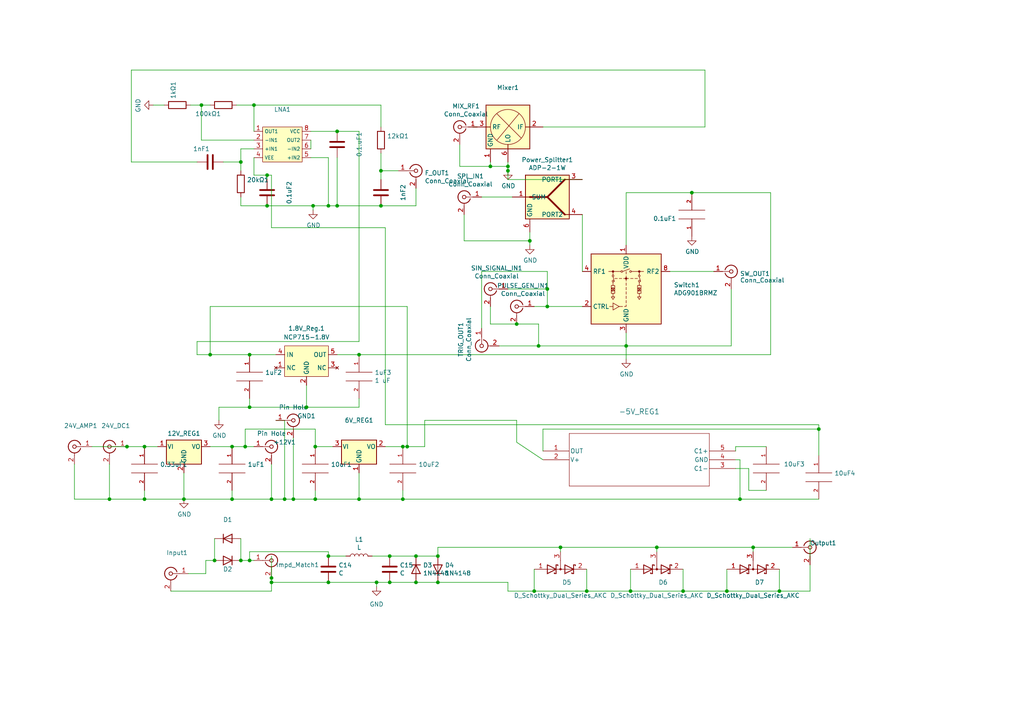
<source format=kicad_sch>
(kicad_sch (version 20230121) (generator eeschema)
  (paper "A4")
  (lib_symbols
    (symbol "2023-06-16_17-27-32:LM828M5" (pin_names (offset 0.254))
      (property "Reference" "U" (at 27.94 10.16 0))
      (property "Value" "LM828M5" (at 27.94 7.62 0))
      (symbol "LM828M5_0_1"
        (polyline (pts (xy 7.62 -10.16) (xy 48.26 -10.16)) (stroke (width 0.127)))
        (polyline (pts (xy 7.62 5.08) (xy 7.62 -10.16)) (stroke (width 0.127)))
        (polyline (pts (xy 48.26 -10.16) (xy 48.26 5.08)) (stroke (width 0.127)))
        (polyline (pts (xy 48.26 5.08) (xy 7.62 5.08)) (stroke (width 0.127)))
        (pin output line (at 0 0 0) (length 7.62) (name "OUT") (number "1"))
        (pin input line (at 0 -2.54 0) (length 7.62) (name "V+") (number "2"))
        (pin passive line (at 55.88 -5.08 180) (length 7.62) (name "C1-") (number "3"))
        (pin passive line (at 55.88 -2.54 180) (length 7.62) (name "GND") (number "4"))
        (pin passive line (at 55.88 0 180) (length 7.62) (name "C1+") (number "5"))
      )
    )
    (symbol "Connector:Conn_Coaxial" (pin_names (offset 1.016) hide)
      (property "Reference" "J" (at 0.254 3.048 0))
      (property "Value" "Conn_Coaxial" (at 2.921 0 90))
      (symbol "Conn_Coaxial_0_1"
        (arc (start -1.778 -0.508) (mid 0.222 -1.808) (end 1.778 0) (stroke (width 0.254)))
        (polyline (pts (xy -2.54 0) (xy -0.508 0)))
        (polyline (pts (xy 0 -2.54) (xy 0 -1.778)))
        (circle (center 0 0) (radius 0.508) (stroke (width 0.2032)))
        (arc (start 1.778 0) (mid 0.222 1.8083) (end -1.778 0.508) (stroke (width 0.254)))
      )
      (symbol "Conn_Coaxial_1_1"
        (pin passive line (at -5.08 0 0) (length 2.54) (name "In") (number "1"))
        (pin passive line (at 0 -5.08 90) (length 2.54) (name "Ext") (number "2"))
      )
    )
    (symbol "Device:C" (pin_numbers hide) (pin_names (offset 0.254))
      (property "Reference" "C" (at 0.635 2.54 0))
      (property "Value" "C" (at 0.635 -2.54 0))
      (symbol "C_0_1"
        (polyline (pts (xy -2.032 -0.762) (xy 2.032 -0.762)) (stroke (width 0.508)))
        (polyline (pts (xy -2.032 0.762) (xy 2.032 0.762)) (stroke (width 0.508)))
      )
      (symbol "C_1_1"
        (pin passive line (at 0 3.81 270) (length 2.794) (name "~") (number "1"))
        (pin passive line (at 0 -3.81 90) (length 2.794) (name "~") (number "2"))
      )
    )
    (symbol "Device:D_Schottky_Dual_Series_AKC" (pin_names (offset 0.762) hide)
      (property "Reference" "D" (at 1.27 -2.54 0))
      (property "Value" "D_Schottky_Dual_Series_AKC" (at 0 2.54 0))
      (symbol "D_Schottky_Dual_Series_AKC_0_1"
        (polyline (pts (xy -3.81 0) (xy 3.81 0)))
        (polyline (pts (xy 0 0) (xy 0 -2.54)))
        (polyline (pts (xy 6.35 0) (xy 7.62 0)))
        (polyline (pts (xy -1.27 -1.27) (xy -1.27 1.27) (xy -1.27 1.27)) (stroke (width 0.254)))
        (polyline (pts (xy 3.81 1.27) (xy 3.81 -1.27) (xy 3.81 -1.27)) (stroke (width 0.254)))
        (polyline (pts (xy -1.27 -1.27) (xy -0.762 -1.27) (xy -0.762 -1.016) (xy -0.762 -1.016)) (stroke (width 0.254)))
        (polyline (pts (xy 3.81 -1.27) (xy 4.318 -1.27) (xy 4.318 -1.016) (xy 4.318 -1.016)) (stroke (width 0.254)))
        (polyline (pts (xy 3.81 1.27) (xy 3.302 1.27) (xy 3.302 1.016) (xy 3.302 1.016)) (stroke (width 0.254)))
        (polyline (pts (xy -1.778 1.016) (xy -1.778 1.27) (xy -1.27 1.27) (xy -1.27 1.27) (xy -1.27 1.27)) (stroke (width 0.254)))
        (polyline (pts (xy -3.81 1.27) (xy -1.27 0) (xy -3.81 -1.27) (xy -3.81 1.27) (xy -3.81 1.27) (xy -3.81 1.27)) (stroke (width 0.254)))
        (polyline (pts (xy 1.27 1.27) (xy 3.81 0) (xy 1.27 -1.27) (xy 1.27 1.27) (xy 1.27 1.27) (xy 1.27 1.27)) (stroke (width 0.254)))
        (circle (center 0 0) (radius 0.254) (fill (type outline)))
        (pin passive line (at -7.62 0 0) (length 3.81) (name "A") (number "1"))
        (pin passive line (at 7.62 0 180) (length 3.81) (name "K") (number "2"))
        (pin passive line (at 0 -5.08 90) (length 2.54) (name "common") (number "3"))
      )
    )
    (symbol "Device:L" (pin_numbers hide) (pin_names (offset 1.016) hide)
      (property "Reference" "L" (at -1.27 0 90))
      (property "Value" "L" (at 1.905 0 90))
      (symbol "L_0_1"
        (arc (start 0 -2.54) (mid 0.6323 -1.905) (end 0 -1.27))
        (arc (start 0 -1.27) (mid 0.6323 -0.635) (end 0 0))
        (arc (start 0 0) (mid 0.6323 0.635) (end 0 1.27))
        (arc (start 0 1.27) (mid 0.6323 1.905) (end 0 2.54))
      )
      (symbol "L_1_1"
        (pin passive line (at 0 3.81 270) (length 1.27) (name "1") (number "1"))
        (pin passive line (at 0 -3.81 90) (length 1.27) (name "2") (number "2"))
      )
    )
    (symbol "Device:R" (pin_numbers hide) (pin_names (offset 0))
      (property "Reference" "R" (at 2.032 0 90))
      (property "Value" "R" (at 0 0 90))
      (symbol "R_0_1"
        (rectangle (start -1.016 -2.54) (end 1.016 2.54) (stroke (width 0.254)))
      )
      (symbol "R_1_1"
        (pin passive line (at 0 3.81 270) (length 1.27) (name "~") (number "1"))
        (pin passive line (at 0 -3.81 90) (length 1.27) (name "~") (number "2"))
      )
    )
    (symbol "Diode:1N4148" (pin_numbers hide) (pin_names hide)
      (property "Reference" "D" (at 0 2.54 0))
      (property "Value" "1N4148" (at 0 -2.54 0))
      (symbol "1N4148_0_1"
        (polyline (pts (xy -1.27 1.27) (xy -1.27 -1.27)) (stroke (width 0.254)))
        (polyline (pts (xy 1.27 0) (xy -1.27 0)))
        (polyline (pts (xy 1.27 1.27) (xy 1.27 -1.27) (xy -1.27 0) (xy 1.27 1.27)) (stroke (width 0.254)))
      )
      (symbol "1N4148_1_1"
        (pin passive line (at -3.81 0 0) (length 2.54) (name "K") (number "1"))
        (pin passive line (at 3.81 0 180) (length 2.54) (name "A") (number "2"))
      )
    )
    (symbol "GND_1" (power) (pin_names (offset 0))
      (property "Value" "GND_1" (at 0 -3.81 0))
      (symbol "GND_1_0_1"
        (polyline (pts (xy 0 0) (xy 0 -1.27) (xy 1.27 -1.27) (xy 0 -2.54) (xy -1.27 -1.27) (xy 0 -1.27)))
      )
      (symbol "GND_1_1_1"
        (pin power_in line (at 0 0 270) (length 0) hide (name "GND") (number "1"))
      )
    )
    (symbol "LM4565 Operational Amplifier:LM4565"
      (property "Reference" "U" (at 0 -6.35 0))
      (property "Value" "LM4565" (at 0 6.35 0))
      (symbol "LM4565_0_1"
        (rectangle (start -6.35 5.08) (end 5.08 -5.08) (fill (type background)))
      )
      (symbol "LM4565_1_1"
        (pin output line (at -8.89 3.81 0) (length 2.54) (name "OUT1") (number "1"))
        (pin input line (at -8.89 1.27 0) (length 2.54) (name "-IN1") (number "2"))
        (pin input line (at -8.89 -1.27 0) (length 2.54) (name "+IN1") (number "3"))
        (pin power_in line (at -8.89 -3.81 0) (length 2.54) (name "VEE") (number "4"))
        (pin input line (at 7.62 -3.81 180) (length 2.54) (name "+IN2") (number "5"))
        (pin input line (at 7.62 -1.27 180) (length 2.54) (name "-IN2") (number "6"))
        (pin output line (at 7.62 1.27 180) (length 2.54) (name "OUT2") (number "7"))
        (pin power_in line (at 7.62 3.81 180) (length 2.54) (name "VCC") (number "8"))
      )
    )
    (symbol "NCP715:NCP715-1.8V"
      (property "Reference" "U" (at -5.08 -6.35 0))
      (property "Value" "NCP715-1.8V" (at 0 7.62 0))
      (symbol "NCP715-1.8V_0_1"
        (rectangle (start -6.35 5.08) (end 6.35 -3.81) (fill (type background)))
      )
      (symbol "NCP715-1.8V_1_1"
        (pin no_connect line (at -8.89 -1.27 0) (length 2.54) (name "NC") (number "1"))
        (pin power_in line (at 0 -6.35 90) (length 2.54) (name "GND") (number "2"))
        (pin no_connect line (at 8.89 -1.27 180) (length 2.54) (name "NC") (number "3"))
        (pin power_in line (at -8.89 2.54 0) (length 2.54) (name "IN") (number "4"))
        (pin power_out line (at 8.89 2.54 180) (length 2.54) (name "OUT") (number "5"))
      )
    )
    (symbol "RF:ADP-2-1W"
      (property "Reference" "U" (at -6.35 7.62 0))
      (property "Value" "ADP-2-1W" (at 6.35 7.62 0))
      (symbol "ADP-2-1W_0_1"
        (rectangle (start -6.35 6.35) (end 6.35 -6.35) (stroke (width 0.254)) (fill (type background)))
        (polyline (pts (xy 0 0) (xy 5.08 -5.08)) (stroke (width 0.508)))
        (polyline (pts (xy -5.08 0) (xy 0 0) (xy 5.08 5.08)) (stroke (width 0.508)))
      )
      (symbol "ADP-2-1W_1_1"
        (pin passive line (at -10.16 0 0) (length 5.08) (name "SUM") (number "1"))
        (pin no_connect line (at 5.08 2.54 180) (length 5.08) hide (name "NC") (number "2"))
        (pin passive line (at 10.16 5.08 180) (length 5.08) (name "PORT1") (number "3"))
        (pin passive line (at 10.16 -5.08 180) (length 5.08) (name "PORT2") (number "4"))
        (pin no_connect line (at 5.08 -2.54 180) (length 5.08) hide (name "NC") (number "5"))
        (pin passive line (at -5.08 -10.16 90) (length 3.81) (name "GND") (number "6"))
      )
    )
    (symbol "RF_Mixer:ADE-6"
      (property "Reference" "U" (at -6.35 7.62 0))
      (property "Value" "ADE-6" (at 6.35 7.62 0))
      (symbol "ADE-6_0_1"
        (rectangle (start -6.35 6.35) (end 6.35 -6.35) (stroke (width 0.254)) (fill (type background)))
        (polyline (pts (xy -3.175 -3.81) (xy 3.175 3.81)))
        (polyline (pts (xy 3.81 -3.175) (xy -3.175 3.81)))
        (circle (center 0 0) (radius 5.08))
      )
      (symbol "ADE-6_1_1"
        (pin power_in line (at -5.08 -10.16 90) (length 3.81) (name "GND") (number "1"))
        (pin output line (at 10.16 0 180) (length 5.08) (name "IF") (number "2"))
        (pin input line (at -10.16 0 0) (length 5.08) (name "RF") (number "3"))
        (pin passive line (at -5.08 -10.16 90) (length 3.81) hide (name "GND") (number "4"))
        (pin passive line (at -5.08 -10.16 90) (length 3.81) hide (name "GND") (number "5"))
        (pin input line (at 0 -10.16 90) (length 5.08) (name "LO") (number "6"))
      )
    )
    (symbol "RF_Switch:ADG901BRMZ"
      (property "Reference" "U" (at -10.16 11.43 0))
      (property "Value" "ADG901BRMZ" (at 1.27 11.43 0))
      (symbol "ADG901BRMZ_0_0"
        (rectangle (start -10.16 10.16) (end 10.16 -10.16) (stroke (width 0.254)) (fill (type background)))
        (polyline (pts (xy -4.826 -5.08) (xy -3.81 -5.08)))
        (polyline (pts (xy -2.54 3.048) (xy -3.302 3.048)))
        (polyline (pts (xy -2.032 3.048) (xy -1.27 3.048)))
        (polyline (pts (xy -1.016 -5.08) (xy -2.032 -5.08)))
        (polyline (pts (xy 0 -3.302) (xy 0 -4.064)))
        (polyline (pts (xy 0 -2.032) (xy 0 -2.794)))
        (polyline (pts (xy 0 -0.762) (xy 0 -1.524)))
        (polyline (pts (xy 0 0.508) (xy 0 -0.254)))
        (polyline (pts (xy 0 1.778) (xy 0 1.016)))
        (polyline (pts (xy 0 3.048) (xy -0.762 3.048)))
        (polyline (pts (xy 0 3.048) (xy 0 2.286)))
        (polyline (pts (xy 0 3.048) (xy 0 3.81)))
        (polyline (pts (xy 0 3.048) (xy 0.762 3.048)))
        (polyline (pts (xy 0 4.318) (xy 0 5.08)))
        (polyline (pts (xy 1.27 3.048) (xy 2.032 3.048)))
        (polyline (pts (xy 2.54 3.048) (xy 3.302 3.048)))
        (polyline (pts (xy 0 -4.572) (xy 0 -5.08) (xy -0.508 -5.08)))
        (polyline (pts (xy -3.81 -4.064) (xy -3.81 -6.096) (xy -2.032 -5.08) (xy -3.81 -4.064)))
        (circle (center 0 3.048) (radius 0.254) (fill (type outline)))
        (text "50" (at -3.81 -0.127 900) (effects (font (size 0.635 0.635))))
        (text "50" (at 3.81 -0.127 900) (effects (font (size 0.635 0.635))))
      )
      (symbol "ADG901BRMZ_0_1"
        (rectangle (start -4.318 1.016) (end -3.302 -1.27))
        (circle (center -3.81 2.286) (radius 0.254))
        (circle (center -3.81 3.81) (radius 0.254))
        (circle (center -3.81 5.08) (radius 0.254) (fill (type outline)))
        (circle (center -1.27 5.08) (radius 0.254))
        (polyline (pts (xy -5.08 5.08) (xy -1.524 5.08)))
        (polyline (pts (xy -3.81 2.032) (xy -3.81 1.016)))
        (polyline (pts (xy -3.81 3.556) (xy -3.429 2.159)))
        (polyline (pts (xy -3.81 5.08) (xy -3.81 4.064)))
        (polyline (pts (xy -1.016 5.08) (xy 1.016 5.842)))
        (polyline (pts (xy 1.524 5.08) (xy 5.08 5.08)))
        (polyline (pts (xy 3.81 2.032) (xy 3.81 1.016)))
        (polyline (pts (xy 3.81 3.556) (xy 4.191 2.159)))
        (polyline (pts (xy 3.81 5.08) (xy 3.81 4.064)))
        (polyline (pts (xy -3.81 -1.27) (xy -3.81 -2.286) (xy -4.318 -2.286) (xy -3.81 -3.048) (xy -3.302 -2.286) (xy -3.81 -2.286)))
        (polyline (pts (xy 3.81 -1.27) (xy 3.81 -2.286) (xy 3.302 -2.286) (xy 3.81 -3.048) (xy 4.318 -2.286) (xy 3.81 -2.286)))
        (circle (center 1.27 5.08) (radius 0.254))
        (rectangle (start 3.302 1.016) (end 4.318 -1.27))
        (circle (center 3.81 2.286) (radius 0.254))
        (circle (center 3.81 3.81) (radius 0.254))
        (circle (center 3.81 5.08) (radius 0.254) (fill (type outline)))
      )
      (symbol "ADG901BRMZ_1_1"
        (pin power_in line (at 0 12.7 270) (length 2.54) (name "VDD") (number "1"))
        (pin input line (at -12.7 -5.08 0) (length 2.54) (name "CTRL") (number "2"))
        (pin power_in line (at 0 -12.7 90) (length 2.54) (name "GND") (number "3"))
        (pin passive line (at -12.7 5.08 0) (length 2.54) (name "RF1") (number "4"))
        (pin passive line (at 0 -12.7 90) (length 2.54) hide (name "GND") (number "5"))
        (pin passive line (at 0 -12.7 90) (length 2.54) hide (name "GND") (number "6"))
        (pin passive line (at 0 -12.7 90) (length 2.54) hide (name "GND") (number "7"))
        (pin passive line (at 12.7 5.08 180) (length 2.54) (name "RF2") (number "8"))
      )
    )
    (symbol "Regulator_Linear:LM7812_TO220" (pin_names (offset 0.254))
      (property "Reference" "U" (at -3.81 3.175 0))
      (property "Value" "LM7812_TO220" (at 0 3.175 0))
      (symbol "LM7812_TO220_0_1"
        (rectangle (start -5.08 1.905) (end 5.08 -5.08) (stroke (width 0.254)) (fill (type background)))
      )
      (symbol "LM7812_TO220_1_1"
        (pin power_in line (at -7.62 0 0) (length 2.54) (name "VI") (number "1"))
        (pin power_in line (at 0 -7.62 90) (length 2.54) (name "GND") (number "2"))
        (pin power_out line (at 7.62 0 180) (length 2.54) (name "VO") (number "3"))
      )
    )
    (symbol "Regulator_Linear:NCP1117-5.0_TO252" (pin_names (offset 0.254))
      (property "Reference" "U" (at -3.81 3.175 0))
      (property "Value" "NCP1117-5.0_TO252" (at 0 3.175 0))
      (symbol "NCP1117-5.0_TO252_0_1"
        (rectangle (start -5.08 1.905) (end 5.08 -5.08) (stroke (width 0.254)) (fill (type background)))
      )
      (symbol "NCP1117-5.0_TO252_1_1"
        (pin power_in line (at 0 -7.62 90) (length 2.54) (name "GND") (number "1"))
        (pin power_out line (at 7.62 0 180) (length 2.54) (name "VO") (number "2"))
        (pin power_in line (at -7.62 0 0) (length 2.54) (name "VI") (number "3"))
      )
    )
    (symbol "power:GND" (power) (pin_names (offset 0))
      (property "Value" "GND" (at 0 -3.81 0))
      (symbol "GND_0_1"
        (polyline (pts (xy 0 0) (xy 0 -1.27) (xy 1.27 -1.27) (xy 0 -2.54) (xy -1.27 -1.27) (xy 0 -1.27)))
      )
      (symbol "GND_1_1"
        (pin power_in line (at 0 0 270) (length 0) hide (name "GND") (number "1"))
      )
    )
    (symbol "pspice:C" (pin_names (offset 0.254))
      (property "Reference" "C" (at 2.54 3.81 90))
      (property "Value" "C" (at 2.54 -3.81 90))
      (symbol "C_0_1"
        (polyline (pts (xy -3.81 -1.27) (xy 3.81 -1.27)))
        (polyline (pts (xy -3.81 1.27) (xy 3.81 1.27)))
      )
      (symbol "C_1_1"
        (pin passive line (at 0 6.35 270) (length 5.08) (name "~") (number "1"))
        (pin passive line (at 0 -6.35 90) (length 5.08) (name "~") (number "2"))
      )
    )
  )
  (junction (at 190.5 158.75))
  (junction (at 147.32 49.53))
  (junction (at 182.88 171.45))
  (junction (at 170.18 171.45))
  (junction (at 72.39 102.87))
  (junction (at 88.9 118.11))
  (junction (at 71.12 129.54))
  (junction (at 73.66 30.48))
  (junction (at 91.44 144.78))
  (junction (at 127 161.29))
  (junction (at 78.74 168.91))
  (junction (at 116.84 129.54))
  (junction (at 113.03 161.29))
  (junction (at 77.47 59.69))
  (junction (at 154.94 171.45))
  (junction (at 113.03 168.91))
  (junction (at 95.25 168.91))
  (junction (at 41.91 144.78))
  (junction (at 110.49 49.53))
  (junction (at 116.84 144.78))
  (junction (at 95.25 161.29))
  (junction (at 237.49 124.46))
  (junction (at 158.75 83.82))
  (junction (at 156.21 100.33))
  (junction (at 120.65 161.29))
  (junction (at 109.22 168.91))
  (junction (at 214.63 144.78))
  (junction (at 158.75 88.9))
  (junction (at 58.42 30.48))
  (junction (at 97.79 59.69))
  (junction (at 127 168.91))
  (junction (at 147.32 48.26))
  (junction (at 60.96 102.87))
  (junction (at 91.44 129.54))
  (junction (at 110.49 59.69))
  (junction (at 90.805 59.69))
  (junction (at 118.11 129.54))
  (junction (at 82.55 144.78))
  (junction (at 226.06 171.45))
  (junction (at 77.47 50.8))
  (junction (at 200.66 55.88))
  (junction (at 67.31 129.54))
  (junction (at 210.82 171.45))
  (junction (at 53.34 144.78))
  (junction (at 104.14 144.78))
  (junction (at 78.74 167.64))
  (junction (at 69.85 46.99))
  (junction (at 162.56 158.75))
  (junction (at 120.65 168.91))
  (junction (at 153.67 69.85))
  (junction (at 95.25 59.69))
  (junction (at 62.23 162.56))
  (junction (at 36.83 129.54))
  (junction (at 142.24 48.26))
  (junction (at 218.44 158.75))
  (junction (at 67.31 144.78))
  (junction (at 97.79 38.1))
  (junction (at 31.75 144.78))
  (junction (at 69.85 162.56))
  (junction (at 198.12 171.45))
  (junction (at 149.86 93.98))
  (junction (at 181.61 100.33))
  (junction (at 85.09 144.78))
  (junction (at 78.74 144.78))
  (junction (at 104.14 102.87))
  (junction (at 72.39 118.11))
  (junction (at 72.39 162.56))
  (junction (at 41.91 129.54))
  (wire (pts (xy 153.67 69.85) (xy 153.67 71.12)))
  (wire (pts (xy 139.7 95.25) (xy 139.7 78.74)))
  (wire (pts (xy 80.01 121.92) (xy 82.55 121.92)))
  (wire (pts (xy 82.55 144.78) (xy 85.09 144.78)))
  (wire (pts (xy 88.9 118.11) (xy 104.14 118.11)))
  (wire (pts (xy 110.49 49.53) (xy 110.49 52.07)))
  (wire (pts (xy 170.18 165.1) (xy 170.18 171.45)))
  (wire (pts (xy 67.31 129.54) (xy 71.12 129.54)))
  (wire (pts (xy 78.74 66.04) (xy 78.74 50.8)))
  (wire (pts (xy 59.69 162.56) (xy 62.23 162.56)))
  (wire (pts (xy 213.36 135.89) (xy 217.17 135.89)))
  (wire (pts (xy 58.42 30.48) (xy 55.245 30.48)))
  (wire (pts (xy 212.09 83.82) (xy 212.09 100.33)))
  (wire (pts (xy 60.96 102.87) (xy 72.39 102.87)))
  (wire (pts (xy 168.91 88.9) (xy 158.75 88.9)))
  (wire (pts (xy 97.79 38.1) (xy 104.14 38.1)))
  (wire (pts (xy 69.85 156.21) (xy 69.85 162.56)))
  (wire (pts (xy 147.32 168.91) (xy 147.32 171.45)))
  (wire (pts (xy 162.56 158.75) (xy 162.56 160.02)))
  (wire (pts (xy 69.85 162.56) (xy 72.39 162.56)))
  (wire (pts (xy 118.11 129.54) (xy 118.11 88.9)))
  (wire (pts (xy 234.95 163.83) (xy 234.95 171.45)))
  (wire (pts (xy 210.82 171.45) (xy 198.12 171.45)))
  (wire (pts (xy 72.39 102.87) (xy 80.01 102.87)))
  (wire (pts (xy 182.88 171.45) (xy 198.12 171.45)))
  (wire (pts (xy 53.34 144.78) (xy 41.91 144.78)))
  (wire (pts (xy 181.61 96.52) (xy 181.61 100.33)))
  (wire (pts (xy 60.96 30.48) (xy 58.42 30.48)))
  (wire (pts (xy 58.42 40.64) (xy 58.42 30.48)))
  (wire (pts (xy 77.47 50.8) (xy 73.66 50.8)))
  (wire (pts (xy 213.36 129.54) (xy 213.36 130.81)))
  (wire (pts (xy 72.39 115.57) (xy 72.39 118.11)))
  (wire (pts (xy 85.09 144.78) (xy 91.44 144.78)))
  (wire (pts (xy 38.1 46.99) (xy 57.15 46.99)))
  (wire (pts (xy 104.14 99.06) (xy 57.15 99.06)))
  (wire (pts (xy 158.75 78.74) (xy 158.75 83.82)))
  (wire (pts (xy 90.17 45.72) (xy 95.25 45.72)))
  (wire (pts (xy 142.24 88.9) (xy 142.24 93.98)))
  (wire (pts (xy 223.52 55.88) (xy 223.52 102.87)))
  (wire (pts (xy 218.44 158.75) (xy 218.44 160.02)))
  (wire (pts (xy 63.5 118.11) (xy 63.5 121.92)))
  (wire (pts (xy 90.805 59.69) (xy 95.25 59.69)))
  (wire (pts (xy 78.74 167.64) (xy 78.74 168.91)))
  (wire (pts (xy 133.35 48.26) (xy 142.24 48.26)))
  (wire (pts (xy 91.44 129.54) (xy 96.52 129.54)))
  (wire (pts (xy 147.32 48.26) (xy 147.32 46.99)))
  (wire (pts (xy 78.74 144.78) (xy 82.55 144.78)))
  (wire (pts (xy 73.66 38.1) (xy 73.66 30.48)))
  (wire (pts (xy 156.21 100.33) (xy 181.61 100.33)))
  (wire (pts (xy 139.7 78.74) (xy 158.75 78.74)))
  (wire (pts (xy 157.48 130.81) (xy 157.48 124.46)))
  (wire (pts (xy 97.79 59.69) (xy 110.49 59.69)))
  (wire (pts (xy 162.56 158.75) (xy 127 158.75)))
  (wire (pts (xy 158.75 83.82) (xy 147.32 83.82)))
  (wire (pts (xy 73.66 40.64) (xy 58.42 40.64)))
  (wire (pts (xy 36.83 129.54) (xy 41.91 129.54)))
  (wire (pts (xy 64.77 46.99) (xy 69.85 46.99)))
  (wire (pts (xy 60.96 88.9) (xy 60.96 102.87)))
  (wire (pts (xy 72.39 160.02) (xy 95.25 160.02)))
  (wire (pts (xy 53.34 137.16) (xy 53.34 144.78)))
  (wire (pts (xy 157.48 124.46) (xy 237.49 124.46)))
  (wire (pts (xy 147.32 52.07) (xy 147.32 49.53)))
  (wire (pts (xy 237.49 124.46) (xy 237.49 132.08)))
  (wire (pts (xy 78.74 144.78) (xy 67.31 144.78)))
  (wire (pts (xy 120.65 59.69) (xy 110.49 59.69)))
  (wire (pts (xy 77.47 59.69) (xy 90.805 59.69)))
  (wire (pts (xy 73.66 43.18) (xy 69.85 43.18)))
  (wire (pts (xy 127 158.75) (xy 127 161.29)))
  (wire (pts (xy 226.06 165.1) (xy 226.06 171.45)))
  (wire (pts (xy 49.53 171.45) (xy 78.74 171.45)))
  (wire (pts (xy 156.21 93.98) (xy 156.21 100.33)))
  (wire (pts (xy 111.76 123.19) (xy 237.49 123.19)))
  (wire (pts (xy 190.5 158.75) (xy 190.5 160.02)))
  (wire (pts (xy 104.14 38.1) (xy 104.14 99.06)))
  (wire (pts (xy 82.55 121.92) (xy 82.55 144.78)))
  (wire (pts (xy 78.74 168.91) (xy 78.74 171.45)))
  (wire (pts (xy 149.86 121.92) (xy 123.19 121.92)))
  (wire (pts (xy 95.25 160.02) (xy 95.25 161.29)))
  (wire (pts (xy 223.52 102.87) (xy 104.14 102.87)))
  (wire (pts (xy 234.95 162.56) (xy 234.95 156.21)))
  (wire (pts (xy 47.625 30.48) (xy 44.45 30.48)))
  (wire (pts (xy 157.48 133.35) (xy 149.86 128.27)))
  (wire (pts (xy 111.76 66.04) (xy 78.74 66.04)))
  (wire (pts (xy 118.11 88.9) (xy 60.96 88.9)))
  (wire (pts (xy 72.39 162.56) (xy 73.66 162.56)))
  (wire (pts (xy 142.24 46.99) (xy 142.24 48.26)))
  (wire (pts (xy 59.69 166.37) (xy 59.69 162.56)))
  (wire (pts (xy 91.44 144.78) (xy 104.14 144.78)))
  (wire (pts (xy 78.74 50.8) (xy 77.47 50.8)))
  (wire (pts (xy 182.88 171.45) (xy 170.18 171.45)))
  (wire (pts (xy 118.11 129.54) (xy 123.19 129.54)))
  (wire (pts (xy 204.47 20.32) (xy 38.1 20.32)))
  (wire (pts (xy 210.82 165.1) (xy 210.82 171.45)))
  (wire (pts (xy 104.14 144.78) (xy 116.84 144.78)))
  (wire (pts (xy 157.48 36.83) (xy 204.47 36.83)))
  (wire (pts (xy 154.94 165.1) (xy 154.94 171.45)))
  (wire (pts (xy 71.12 129.54) (xy 73.66 129.54)))
  (wire (pts (xy 57.15 99.06) (xy 57.15 102.87)))
  (wire (pts (xy 91.44 144.78) (xy 91.44 142.24)))
  (wire (pts (xy 147.32 48.26) (xy 147.32 49.53)))
  (wire (pts (xy 237.49 123.19) (xy 237.49 124.46)))
  (wire (pts (xy 168.91 62.23) (xy 168.91 78.74)))
  (wire (pts (xy 91.44 124.46) (xy 91.44 129.54)))
  (wire (pts (xy 72.39 118.11) (xy 88.9 118.11)))
  (wire (pts (xy 71.12 129.54) (xy 71.12 124.46)))
  (wire (pts (xy 60.96 129.54) (xy 67.31 129.54)))
  (wire (pts (xy 113.03 161.29) (xy 120.65 161.29)))
  (wire (pts (xy 116.84 142.24) (xy 116.84 144.78)))
  (wire (pts (xy 85.09 127) (xy 85.09 144.78)))
  (wire (pts (xy 113.03 168.91) (xy 120.65 168.91)))
  (wire (pts (xy 139.7 57.15) (xy 148.59 57.15)))
  (wire (pts (xy 21.59 144.78) (xy 31.75 144.78)))
  (wire (pts (xy 181.61 71.12) (xy 181.61 55.88)))
  (wire (pts (xy 134.62 69.85) (xy 153.67 69.85)))
  (wire (pts (xy 109.22 168.91) (xy 113.03 168.91)))
  (wire (pts (xy 38.1 46.99) (xy 38.1 20.32)))
  (wire (pts (xy 149.86 93.98) (xy 156.21 93.98)))
  (wire (pts (xy 210.82 171.45) (xy 226.06 171.45)))
  (wire (pts (xy 123.19 121.92) (xy 123.19 129.54)))
  (wire (pts (xy 198.12 165.1) (xy 198.12 171.45)))
  (wire (pts (xy 200.66 55.88) (xy 223.52 55.88)))
  (wire (pts (xy 214.63 144.78) (xy 237.49 144.78)))
  (wire (pts (xy 182.88 165.1) (xy 182.88 171.45)))
  (wire (pts (xy 142.24 48.26) (xy 147.32 48.26)))
  (wire (pts (xy 214.63 133.35) (xy 214.63 144.78)))
  (wire (pts (xy 154.94 88.9) (xy 158.75 88.9)))
  (wire (pts (xy 111.76 129.54) (xy 116.84 129.54)))
  (wire (pts (xy 69.85 43.18) (xy 69.85 46.99)))
  (wire (pts (xy 21.59 134.62) (xy 21.59 144.78)))
  (wire (pts (xy 78.74 134.62) (xy 78.74 144.78)))
  (wire (pts (xy 229.87 158.75) (xy 218.44 158.75)))
  (wire (pts (xy 67.31 142.24) (xy 67.31 144.78)))
  (wire (pts (xy 68.58 30.48) (xy 73.66 30.48)))
  (wire (pts (xy 234.95 171.45) (xy 226.06 171.45)))
  (wire (pts (xy 222.25 142.24) (xy 217.17 142.24)))
  (wire (pts (xy 116.84 144.78) (xy 214.63 144.78)))
  (wire (pts (xy 97.79 45.72) (xy 97.79 59.69)))
  (wire (pts (xy 120.65 161.29) (xy 127 161.29)))
  (wire (pts (xy 95.25 59.69) (xy 97.79 59.69)))
  (wire (pts (xy 69.85 46.99) (xy 69.85 49.53)))
  (wire (pts (xy 181.61 100.33) (xy 181.61 104.14)))
  (wire (pts (xy 153.67 67.31) (xy 153.67 69.85)))
  (wire (pts (xy 127 168.91) (xy 147.32 168.91)))
  (wire (pts (xy 97.79 102.87) (xy 104.14 102.87)))
  (wire (pts (xy 67.31 144.78) (xy 53.34 144.78)))
  (wire (pts (xy 142.24 93.98) (xy 149.86 93.98)))
  (wire (pts (xy 190.5 158.75) (xy 162.56 158.75)))
  (wire (pts (xy 218.44 158.75) (xy 190.5 158.75)))
  (wire (pts (xy 158.75 88.9) (xy 158.75 83.82)))
  (wire (pts (xy 26.67 129.54) (xy 36.83 129.54)))
  (wire (pts (xy 57.15 102.87) (xy 60.96 102.87)))
  (wire (pts (xy 110.49 49.53) (xy 115.57 49.53)))
  (wire (pts (xy 138.43 36.83) (xy 137.16 36.83)))
  (wire (pts (xy 71.12 124.46) (xy 91.44 124.46)))
  (wire (pts (xy 120.65 54.61) (xy 120.65 59.69)))
  (wire (pts (xy 73.66 50.8) (xy 73.66 45.72)))
  (wire (pts (xy 144.78 100.33) (xy 156.21 100.33)))
  (wire (pts (xy 95.25 45.72) (xy 95.25 59.69)))
  (wire (pts (xy 154.94 171.45) (xy 147.32 171.45)))
  (wire (pts (xy 95.25 168.91) (xy 109.22 168.91)))
  (wire (pts (xy 194.31 78.74) (xy 207.01 78.74)))
  (wire (pts (xy 107.95 161.29) (xy 113.03 161.29)))
  (wire (pts (xy 120.65 168.91) (xy 127 168.91)))
  (wire (pts (xy 100.33 161.29) (xy 95.25 161.29)))
  (wire (pts (xy 90.17 38.1) (xy 97.79 38.1)))
  (wire (pts (xy 90.17 40.64) (xy 90.17 43.18)))
  (wire (pts (xy 204.47 36.83) (xy 204.47 20.32)))
  (wire (pts (xy 170.18 171.45) (xy 154.94 171.45)))
  (wire (pts (xy 63.5 118.11) (xy 72.39 118.11)))
  (wire (pts (xy 54.61 166.37) (xy 59.69 166.37)))
  (wire (pts (xy 217.17 135.89) (xy 217.17 142.24)))
  (wire (pts (xy 78.74 161.29) (xy 78.74 167.64)))
  (wire (pts (xy 69.85 57.15) (xy 69.85 59.69)))
  (wire (pts (xy 134.62 62.23) (xy 134.62 69.85)))
  (wire (pts (xy 222.25 129.54) (xy 213.36 129.54)))
  (wire (pts (xy 110.49 36.83) (xy 110.49 30.48)))
  (wire (pts (xy 72.39 162.56) (xy 72.39 160.02)))
  (wire (pts (xy 110.49 44.45) (xy 110.49 49.53)))
  (wire (pts (xy 213.36 133.35) (xy 214.63 133.35)))
  (wire (pts (xy 77.47 50.8) (xy 77.47 52.07)))
  (wire (pts (xy 104.14 118.11) (xy 104.14 115.57)))
  (wire (pts (xy 69.85 59.69) (xy 77.47 59.69)))
  (wire (pts (xy 149.86 128.27) (xy 149.86 121.92)))
  (wire (pts (xy 41.91 129.54) (xy 45.72 129.54)))
  (wire (pts (xy 111.76 123.19) (xy 111.76 66.04)))
  (wire (pts (xy 62.23 156.21) (xy 62.23 162.56)))
  (wire (pts (xy 31.75 134.62) (xy 31.75 144.78)))
  (wire (pts (xy 41.91 142.24) (xy 41.91 144.78)))
  (wire (pts (xy 116.84 129.54) (xy 118.11 129.54)))
  (wire (pts (xy 95.25 168.91) (xy 78.74 168.91)))
  (wire (pts (xy 181.61 55.88) (xy 200.66 55.88)))
  (wire (pts (xy 109.22 168.91) (xy 109.22 170.18)))
  (wire (pts (xy 88.9 111.76) (xy 88.9 118.11)))
  (wire (pts (xy 147.32 52.07) (xy 168.91 52.07)))
  (wire (pts (xy 104.14 137.16) (xy 104.14 144.78)))
  (wire (pts (xy 90.805 60.96) (xy 90.805 59.69)))
  (wire (pts (xy 133.35 41.91) (xy 133.35 48.26)))
  (wire (pts (xy 110.49 30.48) (xy 73.66 30.48)))
  (wire (pts (xy 31.75 144.78) (xy 41.91 144.78)))
  (wire (pts (xy 212.09 100.33) (xy 181.61 100.33)))
  (symbol (lib_id "pspice:C") (at 222.25 135.89 0) (unit 1)
    (property "Reference" "10uF3" (at 227.33 134.62 0) (effects (justify left)))
    (property "Value" "10 uF" (effects hide))
    (property "Footprint" "Capacitor_SMD:C_1206_3216Metric" (effects hide))
  )
  (symbol (lib_id "Diode:1N4148") (at 120.65 165.1 270) (unit 1)
    (property "Reference" "D3" (at 122.682 163.9316 90) (effects (justify left)))
    (property "Value" "1N4148" (at 122.682 166.243 90) (effects (justify left)))
    (property "Footprint" "Diode_THT:D_DO-35_SOD27_P7.62mm_Horizontal" (effects hide))
    (property "Datasheet" "https://assets.nexperia.com/documents/data-sheet/1N4148_1N4448.pdf" (effects hide))
  )
  (symbol (lib_id "Device:R") (at 64.77 30.48 90) (unit 1)
    (property "Reference" "100kΩ1" (at 64.135 33.02 90) (effects (justify left)))
    (property "Value" "R" (effects hide))
    (property "Footprint" "Resistor_SMD:R_1206_3216Metric" (effects hide))
  )
  (symbol (lib_id "Device:D_Schottky_Dual_Series_AKC") (at 190.5 165.1 0) (mirror x) (unit 1)
    (property "Reference" "D6" (at 192.3415 168.91 0))
    (property "Value" "D_Schottky_Dual_Series_AKC" (at 190.5 172.72 0))
    (property "Footprint" "Package_TO_SOT_SMD:TSOT-23_HandSoldering" (effects hide))
  )
  (symbol (lib_id "Connector:Conn_Coaxial") (at 234.95 158.75 0) (unit 1)
    (property "Reference" "Output1" (at 238.76 157.48 0))
    (property "Value" "Conn_Coaxial" (effects hide))
    (property "Footprint" "Connector_Coaxial:SMA_Amphenol_132291_Vertical" (effects hide))
    (property "Datasheet" " ~" (effects hide))
  )
  (symbol (lib_id "power:GND") (at 63.5 121.92 0) (unit 1)
    (property "Reference" "#PWR0106" (effects hide))
    (property "Value" "GND" (at 63.627 126.3142 0))
  )
  (symbol (lib_id "Device:D_Schottky_Dual_Series_AKC") (at 218.44 165.1 0) (mirror x) (unit 1)
    (property "Reference" "D7" (at 220.2815 168.91 0))
    (property "Value" "D_Schottky_Dual_Series_AKC" (at 218.44 172.72 0))
    (property "Footprint" "Package_TO_SOT_SMD:TSOT-23_HandSoldering" (effects hide))
  )
  (symbol (lib_id "pspice:C") (at 41.91 135.89 0) (unit 1)
    (property "Reference" "0.33uF1" (at 46.4312 134.7216 0) (effects (justify left)))
    (property "Value" "0.33 uF" (effects hide))
    (property "Footprint" "Capacitor_SMD:C_1206_3216Metric" (effects hide))
  )
  (symbol (lib_id "Regulator_Linear:LM7812_TO220") (at 53.34 129.54 0) (unit 1)
    (property "Reference" "12V_REG1" (at 53.34 125.73 0))
    (property "Value" "LM7812_TO220" (effects hide))
    (property "Footprint" "Package_TO_SOT_SMD:TO-263-3_TabPin2" (effects hide))
    (property "Datasheet" "https://www.onsemi.cn/PowerSolutions/document/MC7800-D.PDF" (effects hide))
  )
  (symbol (lib_id "Connector:Conn_Coaxial") (at 134.62 57.15 0) (mirror y) (unit 1)
    (property "Reference" "SPL_IN1" (at 136.4488 51.1048 0))
    (property "Value" "Conn_Coaxial" (at 136.4488 53.4162 0))
    (property "Footprint" "Connector_Coaxial:SMA_Samtec_SMA-J-P-X-ST-EM1_EdgeMount" (effects hide))
    (property "Datasheet" " ~" (effects hide))
  )
  (symbol (lib_id "Device:C") (at 110.49 55.88 180) (unit 1)
    (property "Reference" "1nF2" (at 116.8908 55.88 90))
    (property "Value" "C" (effects hide))
    (property "Footprint" "Capacitor_SMD:C_1206_3216Metric" (effects hide))
  )
  (symbol (lib_id "power:GND") (at 200.66 68.58 0) (unit 1)
    (property "Reference" "#PWR0102" (effects hide))
    (property "Value" "GND" (at 200.787 72.9742 0))
  )
  (symbol (lib_id "power:GND") (at 44.45 30.48 270) (unit 1)
    (property "Reference" "#PWR0101" (effects hide))
    (property "Value" "GND" (at 40.0558 30.607 0))
  )
  (symbol (lib_id "RF_Mixer:ADE-6") (at 147.32 36.83 0) (unit 1)
    (property "Reference" "Mixer1" (at 147.32 25.4 0))
    (property "Value" "ADE-6" (effects hide))
    (property "Footprint" "RF_Mini-Circuits:Mini-Circuits_CD542_LandPatternPL-052" (effects hide))
    (property "Datasheet" "https://www.minicircuits.com/pdfs/ADE-6.pdf" (effects hide))
  )
  (symbol (lib_id "Device:R") (at 51.435 30.48 90) (unit 1)
    (property "Reference" "1kΩ1" (at 50.2666 28.702 0) (effects (justify left)))
    (property "Value" "R" (effects hide))
    (property "Footprint" "Resistor_SMD:R_1206_3216Metric" (effects hide))
  )
  (symbol (lib_id "LM4565 Operational Amplifier:LM4565") (at 82.55 41.91 0) (unit 1)
    (property "Reference" "LNA1" (at 81.915 31.75 0))
    (property "Value" "LM4565" (effects hide))
    (property "Footprint" "Package_SO:TSSOP-8_4.4x3mm_P0.65mm" (effects hide))
  )
  (symbol (lib_id "Connector:Conn_Coaxial") (at 212.09 78.74 0) (unit 1)
    (property "Reference" "SW_OUT1" (at 214.63 79.375 0) (effects (justify left)))
    (property "Value" "Conn_Coaxial" (at 214.63 81.28 0) (effects (justify left)))
    (property "Footprint" "Connector_Coaxial:SMA_Amphenol_132291_Vertical" (effects hide))
    (property "Datasheet" " ~" (effects hide))
  )
  (symbol (lib_id "Device:C") (at 113.03 165.1 0) (unit 1)
    (property "Reference" "C15" (at 115.951 163.9316 0) (effects (justify left)))
    (property "Value" "C" (at 115.951 166.243 0) (effects (justify left)))
    (property "Footprint" "Capacitor_SMD:C_1210_3225Metric_Pad1.33x2.70mm_HandSolder" (effects hide))
  )
  (symbol (lib_id "RF_Switch:ADG901BRMZ") (at 181.61 83.82 0) (unit 1)
    (property "Reference" "Switch1" (at 195.4276 82.6516 0) (effects (justify left)))
    (property "Value" "ADG901BRMZ" (at 195.4276 84.963 0) (effects (justify left)))
    (property "Footprint" "Package_SO:MSOP-8_3x3mm_P0.65mm" (effects hide))
    (property "Datasheet" "https://www.analog.com/media/en/technical-documentation/data-sheets/ADG901_902.pdf" (effects hide))
  )
  (symbol (lib_id "power:GND") (at 53.34 144.78 0) (unit 1)
    (property "Reference" "#PWR01" (effects hide))
    (property "Value" "GND" (at 53.467 149.1742 0))
  )
  (symbol (lib_id "power:GND") (at 181.61 104.14 0) (unit 1)
    (property "Reference" "#PWR0105" (effects hide))
    (property "Value" "GND" (at 181.737 108.5342 0))
  )
  (symbol (lib_id "Connector:Conn_Coaxial") (at 142.24 83.82 0) (mirror y) (unit 1)
    (property "Reference" "SIN_SIGNAL_IN1" (at 144.0688 77.7748 0))
    (property "Value" "Conn_Coaxial" (at 144.0688 80.0862 0))
    (property "Footprint" "Connector_Coaxial:SMA_Samtec_SMA-J-P-X-ST-EM1_EdgeMount" (effects hide))
    (property "Datasheet" " ~" (effects hide))
  )
  (symbol (lib_id "Diode:1N4148") (at 66.04 156.21 0) (unit 1)
    (property "Reference" "D1" (at 66.04 150.7236 0))
    (property "Value" "1N4148" (effects hide))
    (property "Footprint" "Diode_THT:D_DO-35_SOD27_P7.62mm_Horizontal" (effects hide))
    (property "Datasheet" "https://assets.nexperia.com/documents/data-sheet/1N4148_1N4448.pdf" (effects hide))
  )
  (symbol (lib_id "Connector:Conn_Coaxial") (at 133.35 36.83 0) (mirror y) (unit 1)
    (property "Reference" "MIX_RF1" (at 135.1788 30.7848 0))
    (property "Value" "Conn_Coaxial" (at 135.1788 33.0962 0))
    (property "Footprint" "Connector_Coaxial:SMA_Amphenol_132291_Vertical" (effects hide))
    (property "Datasheet" " ~" (effects hide))
  )
  (symbol (lib_id "RF:ADP-2-1W") (at 158.75 57.15 0) (unit 1)
    (property "Reference" "Power_Splitter1" (at 158.75 46.355 0))
    (property "Value" "ADP-2-1W" (at 158.75 48.6664 0))
    (property "Footprint" "RF_Mini-Circuits:Mini-Circuits_CD636_LandPatternPL-035" (effects hide))
    (property "Datasheet" "https://www.minicircuits.com/pdfs/ADP-2-1W.pdf" (effects hide))
  )
  (symbol (lib_id "Device:C") (at 60.96 46.99 270) (unit 1)
    (property "Reference" "1nF1" (at 58.42 43.18 90))
    (property "Value" "C" (effects hide))
    (property "Footprint" "Capacitor_SMD:C_1206_3216Metric" (effects hide))
  )
  (symbol (lib_id "Device:C") (at 77.47 55.88 180) (unit 1)
    (property "Reference" "0.1uF2" (at 83.8708 55.88 90))
    (property "Value" "0.1uF" (effects hide))
    (property "Footprint" "Capacitor_SMD:C_1206_3216Metric" (effects hide))
  )
  (symbol (lib_id "Device:C") (at 97.79 41.91 180) (unit 1)
    (property "Reference" "0.1.uF1" (at 104.1908 41.91 90))
    (property "Value" "0.1uF" (effects hide))
    (property "Footprint" "Capacitor_SMD:C_1206_3216Metric" (effects hide))
  )
  (symbol (lib_id "Connector:Conn_Coaxial") (at 120.65 49.53 0) (unit 1)
    (property "Reference" "F_OUT1" (at 123.19 50.165 0) (effects (justify left)))
    (property "Value" "Conn_Coaxial" (at 123.19 52.4764 0) (effects (justify left)))
    (property "Footprint" "Connector_Coaxial:SMA_Samtec_SMA-J-P-X-ST-EM1_EdgeMount" (effects hide))
    (property "Datasheet" " ~" (effects hide))
  )
  (symbol (lib_id "Connector:Conn_Coaxial") (at 78.74 129.54 0) (unit 1)
    (property "Reference" "+12V1" (at 82.55 128.27 0))
    (property "Value" "Pin Hole" (at 78.74 125.73 0))
    (property "Footprint" "Connector_Pin:Pin_D1.0mm_L10.0mm_LooseFit" (effects hide))
    (property "Datasheet" " ~" (effects hide))
  )
  (symbol (lib_id "Connector:Conn_Coaxial") (at 149.86 88.9 0) (mirror y) (unit 1)
    (property "Reference" "PULSE_GEN_IN1" (at 151.6888 82.8548 0))
    (property "Value" "Conn_Coaxial" (at 151.6888 85.1662 0))
    (property "Footprint" "Connector_Coaxial:SMA_Samtec_SMA-J-P-X-ST-EM1_EdgeMount" (effects hide))
    (property "Datasheet" " ~" (effects hide))
  )
  (symbol (lib_id "NCP715:NCP715-1.8V") (at 88.9 105.41 0) (unit 1)
    (property "Reference" "1.8V_Reg.1" (at 88.9 95.25 0))
    (property "Value" "NCP715-1.8V" (at 88.9 97.79 0))
    (property "Footprint" "Package_TO_SOT_SMD:SOT-353_SC-70-5" (effects hide))
  )
  (symbol (lib_id "pspice:C") (at 116.84 135.89 0) (unit 1)
    (property "Reference" "10uF2" (at 121.3612 134.7216 0) (effects (justify left)))
    (property "Value" "10 uF" (effects hide))
    (property "Footprint" "Capacitor_SMD:C_0805_2012Metric" (effects hide))
  )
  (symbol (lib_id "Device:C") (at 95.25 165.1 0) (unit 1)
    (property "Reference" "C14" (at 98.171 163.9316 0) (effects (justify left)))
    (property "Value" "C" (at 98.171 166.243 0) (effects (justify left)))
    (property "Footprint" "Capacitor_SMD:C_1210_3225Metric_Pad1.33x2.70mm_HandSolder" (effects hide))
  )
  (symbol (lib_name "GND_1") (lib_id "power:GND") (at 109.22 170.18 0) (unit 1)
    (property "Reference" "#PWR02" (effects hide))
    (property "Value" "GND" (at 109.22 175.26 0))
  )
  (symbol (lib_id "power:GND") (at 153.67 71.12 0) (unit 1)
    (property "Reference" "#PWR0104" (effects hide))
    (property "Value" "GND" (at 153.797 75.5142 0))
  )
  (symbol (lib_id "Connector:Conn_Coaxial") (at 49.53 166.37 0) (mirror y) (unit 1)
    (property "Reference" "Input1" (at 51.3588 160.3248 0))
    (property "Value" "Conn_Coaxial" (effects hide))
    (property "Footprint" "Connector_Coaxial:SMA_Amphenol_132291_Vertical" (effects hide))
    (property "Datasheet" " ~" (effects hide))
  )
  (symbol (lib_id "power:GND") (at 90.805 60.96 0) (unit 1)
    (property "Reference" "#PWR0107" (effects hide))
    (property "Value" "GND" (at 90.932 65.3542 0))
  )
  (symbol (lib_id "pspice:C") (at 91.44 135.89 0) (unit 1)
    (property "Reference" "10uF1" (at 95.9612 134.7216 0) (effects (justify left)))
    (property "Value" "10 uF" (effects hide))
    (property "Footprint" "Capacitor_SMD:C_0805_2012Metric" (effects hide))
  )
  (symbol (lib_id "Connector:Conn_Coaxial") (at 78.74 162.56 0) (unit 1)
    (property "Reference" "Impd_Match1" (at 80.01 163.83 0) (effects (justify left)))
    (property "Value" "Conn_Coaxial" (effects hide))
    (property "Footprint" "Connector_Coaxial:SMA_Amphenol_132134_Vertical" (effects hide))
    (property "Datasheet" " ~" (effects hide))
  )
  (symbol (lib_id "pspice:C") (at 200.66 62.23 180) (unit 1)
    (property "Reference" "0.1uF1" (at 196.1388 63.3984 0) (effects (justify left)))
    (property "Value" "0.1 uF" (effects hide))
    (property "Footprint" "Capacitor_SMD:C_1206_3216Metric" (effects hide))
  )
  (symbol (lib_id "pspice:C") (at 237.49 138.43 0) (unit 1)
    (property "Reference" "10uF4" (at 242.0112 137.2616 0) (effects (justify left)))
    (property "Value" "10 uF" (effects hide))
    (property "Footprint" "Capacitor_SMD:C_1206_3216Metric" (effects hide))
  )
  (symbol (lib_id "Device:R") (at 69.85 53.34 0) (unit 1)
    (property "Reference" "20kΩ1" (at 71.628 52.1716 0) (effects (justify left)))
    (property "Value" "R" (effects hide))
    (property "Footprint" "Resistor_SMD:R_1206_3216Metric" (effects hide))
  )
  (symbol (lib_id "pspice:C") (at 104.14 109.22 0) (unit 1)
    (property "Reference" "1uF3" (at 108.6612 108.0516 0) (effects (justify left)))
    (property "Value" "1 uF" (at 108.6612 110.363 0) (effects (justify left)))
    (property "Footprint" "Capacitor_SMD:C_1206_3216Metric" (effects hide))
  )
  (symbol (lib_id "pspice:C") (at 67.31 135.89 0) (unit 1)
    (property "Reference" "1uF1" (at 71.8312 134.7216 0) (effects (justify left)))
    (property "Value" "1 uF" (effects hide))
    (property "Footprint" "Capacitor_SMD:C_1206_3216Metric" (effects hide))
  )
  (symbol (lib_id "Connector:Conn_Coaxial") (at 21.59 129.54 0) (mirror y) (unit 1)
    (property "Reference" "24V_AMP1" (at 23.4188 123.4948 0))
    (property "Value" "Conn_Coaxial" (effects hide))
    (property "Footprint" "Connector_Coaxial:SMA_Amphenol_132291_Vertical" (effects hide))
    (property "Datasheet" " ~" (effects hide))
  )
  (symbol (lib_id "power:GND") (at 147.32 49.53 0) (unit 1)
    (property "Reference" "#PWR0103" (effects hide))
    (property "Value" "GND" (at 147.447 53.9242 0))
  )
  (symbol (lib_id "Connector:Conn_Coaxial") (at 85.09 121.92 0) (unit 1)
    (property "Reference" "GND1" (at 88.9 120.65 0))
    (property "Value" "Pin Hole" (at 85.09 118.11 0))
    (property "Footprint" "Connector_Pin:Pin_D1.0mm_L10.0mm_LooseFit" (effects hide))
    (property "Datasheet" " ~" (effects hide))
  )
  (symbol (lib_id "Diode:1N4148") (at 66.04 162.56 180) (unit 1)
    (property "Reference" "D2" (at 66.04 165.1 0))
    (property "Value" "1N4148" (effects hide))
    (property "Footprint" "Diode_THT:D_DO-35_SOD27_P7.62mm_Horizontal" (effects hide))
    (property "Datasheet" "https://assets.nexperia.com/documents/data-sheet/1N4148_1N4448.pdf" (effects hide))
  )
  (symbol (lib_id "Regulator_Linear:NCP1117-5.0_TO252") (at 104.14 129.54 0) (unit 1)
    (property "Reference" "6V_REG1" (at 104.14 121.92 0))
    (property "Value" "NCP1117-5.0_TO252" (effects hide))
    (property "Footprint" "Package_TO_SOT_SMD:TO-252-2" (effects hide))
    (property "Datasheet" "http://www.onsemi.com/pub_link/Collateral/NCP1117-D.PDF" (effects hide))
  )
  (symbol (lib_id "Device:D_Schottky_Dual_Series_AKC") (at 162.56 165.1 0) (mirror x) (unit 1)
    (property "Reference" "D5" (at 164.4015 168.91 0))
    (property "Value" "D_Schottky_Dual_Series_AKC" (at 162.56 172.72 0))
    (property "Footprint" "Package_TO_SOT_SMD:TSOT-23_HandSoldering" (effects hide))
  )
  (symbol (lib_id "pspice:C") (at 72.39 109.22 0) (unit 1)
    (property "Reference" "1uF2" (at 76.9112 108.0516 0) (effects (justify left)))
    (property "Value" "1 uF" (effects hide))
    (property "Footprint" "Capacitor_SMD:C_1206_3216Metric" (effects hide))
  )
  (symbol (lib_id "Device:L") (at 104.14 161.29 90) (unit 1)
    (property "Reference" "L1" (at 104.14 156.464 90))
    (property "Value" "L" (at 104.14 158.7754 90))
    (property "Footprint" "Inductor_THT:L_Axial_L5.3mm_D2.2mm_P7.62mm_Horizontal_Vishay_IM-1" (effects hide))
  )
  (symbol (lib_id "Diode:1N4148") (at 127 165.1 90) (unit 1)
    (property "Reference" "D4" (at 129.032 163.9316 90) (effects (justify right)))
    (property "Value" "1N4148" (at 129.032 166.243 90) (effects (justify right)))
    (property "Footprint" "Diode_THT:D_DO-35_SOD27_P7.62mm_Horizontal" (effects hide))
    (property "Datasheet" "https://assets.nexperia.com/documents/data-sheet/1N4148_1N4448.pdf" (effects hide))
  )
  (symbol (lib_id "Connector:Conn_Coaxial") (at 31.75 129.54 0) (mirror y) (unit 1)
    (property "Reference" "24V_DC1" (at 33.5788 123.4948 0))
    (property "Value" "Conn_Coaxial" (effects hide))
    (property "Footprint" "Connector_Coaxial:SMA_Samtec_SMA-J-P-X-ST-EM1_EdgeMount" (effects hide))
    (property "Datasheet" " ~" (effects hide))
  )
  (symbol (lib_id "Device:R") (at 110.49 40.64 0) (unit 1)
    (property "Reference" "12kΩ1" (at 112.268 39.4716 0) (effects (justify left)))
    (property "Value" "R" (effects hide))
    (property "Footprint" "Resistor_SMD:R_1206_3216Metric" (effects hide))
  )
  (symbol (lib_id "Connector:Conn_Coaxial") (at 139.7 100.33 90) (mirror x) (unit 1)
    (property "Reference" "TRIG_OUT1" (at 133.6548 98.5012 0))
    (property "Value" "Conn_Coaxial" (at 135.9662 98.5012 0))
    (property "Footprint" "Connector_Coaxial:SMA_Samtec_SMA-J-P-X-ST-EM1_EdgeMount" (effects hide))
    (property "Datasheet" " ~" (effects hide))
  )
  (symbol (lib_id "2023-06-16_17-27-32:LM828M5") (at 157.48 130.81 0) (unit 1)
    (property "Reference" "-5V_REG1" (at 185.42 119.38 0) (effects (font (size 1.524 1.524))))
    (property "Value" "LM828M5" (effects hide))
    (property "Footprint" "Library:MF05A" (effects hide))
    (property "Datasheet" "LM828M5" (effects hide))
  )
)
</source>
